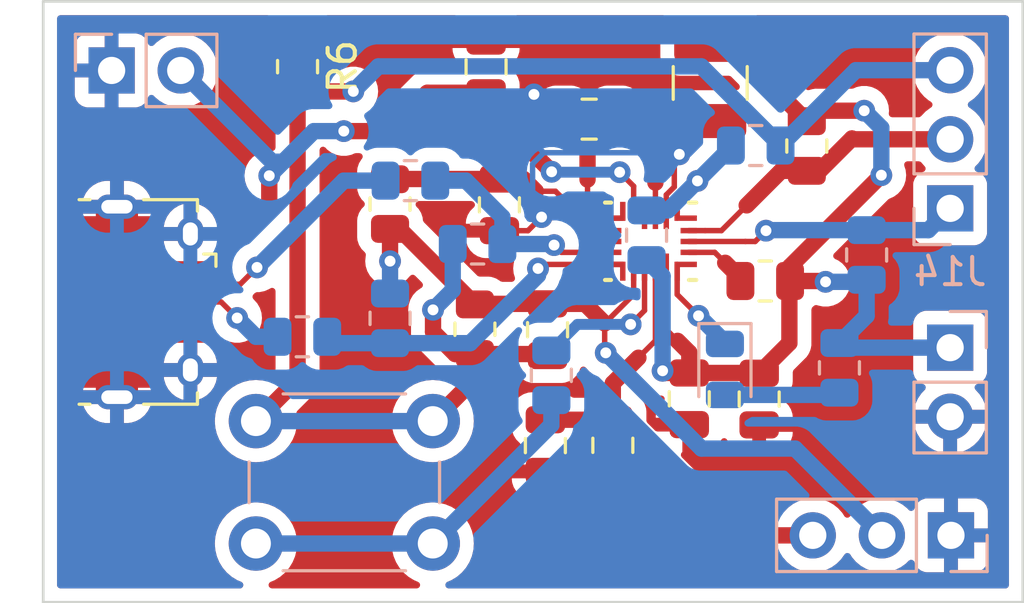
<source format=kicad_pcb>
(kicad_pcb (version 20211014) (generator pcbnew)
  (layers (0 "F.Cu" signal) (31 "B.Cu" signal) (34 "B.Paste" user) (35 "F.Paste" user) (36 "B.SilkS" user "B.Silkscreen") (37 "F.SilkS" user "F.Silkscreen") (38 "B.Mask" user) (39 "F.Mask" user) (44 "Edge.Cuts" user))
  (net 0 "")
  (net 1 "/VIN")
  (net 2 "GNDPWR")
  (net 3 "/REGN")
  (net 4 "/SW")
  (net 5 "/BTST")
  (net 6 "/TS")
  (net 7 "/BAT")
  (net 8 "/SYS")
  (net 9 "/STAT")
  (net 10 "Net-(D6-Pad2)")
  (net 11 "/D+_TSBIAS")
  (net 12 "/{slash}CE")
  (net 13 "GNDA")
  (net 14 "/SDA")
  (net 15 "/SCL")
  (net 16 "Net-(R3-Pad1)")
  (net 17 "/D-_ILIM")
  (net 18 "Net-(R5-Pad1)")
  (net 19 "/{slash}QON")
  (net 20 "Net-(R10-Pad2)")
  (net 21 "/{slash}INT")
  (footprint "Capacitor_SMD:C_0805_2012Metric" (layer "F.Cu") (at 155.57 98.87 90)
    (fp_text reference "C9" hide)
    (fp_text value "1uF" hide)
    (fp_line (start -0.261252 0.735) (end 0.261252 0.735) (layer "F.SilkS") (width 0.12))
    (fp_line (start -0.261252 -0.735) (end 0.261252 -0.735) (layer "F.SilkS") (width 0.12))
    (pad "1" smd roundrect (at -0.95 0 90) (size 1 1.45) (layers "F.Cu" "F.Paste" "F.Mask") (net 1 "/VIN"))
    (pad "2" smd roundrect (at 0.95 0 90) (size 1 1.45) (layers "F.Cu" "F.Paste" "F.Mask") (net 2 "GNDPWR"))
  )
  (footprint "gerenciador_de_bateria_fp:WQFN-HR18_RYK_TEX" (layer "F.Cu") (at 161.62 105.28)
    (fp_text reference "U2" hide)
    (fp_text value "BQ25629" hide)
    (fp_poly (pts (xy 0.874999 -1.45) (xy 0.874999 -0.750001) (xy 1.699999 -0.749999) (xy 1.699999 -0.949999) (xy 1.074999 -0.949999) (xy 1.074999 -1.45)) (layer "F.Cu") (width 0) (fill solid))
    (fp_poly (pts (xy -1.700502 0.949999) (xy -1.700502 0.750001) (xy -0.924999 0.750001) (xy -0.924999 1.45) (xy -1.124999 1.45) (xy -1.124999 0.949999)) (layer "F.Cu") (width 0) (fill solid))
    (fp_poly (pts (xy -1.700502 -0.949999) (xy -1.700502 -0.749999) (xy -0.924999 -0.750001) (xy -0.924999 -1.45) (xy -1.124999 -1.45) (xy -1.124999 -0.949999)) (layer "F.Cu") (width 0) (fill solid))
    (fp_poly (pts (xy 0.874999 1.45) (xy 0.874999 0.749999) (xy 1.699999 0.749999) (xy 1.699999 0.949999) (xy 1.074999 0.949999) (xy 1.074999 1.45)) (layer "F.Cu") (width 0) (fill solid))
    (fp_line (start 1.6764 1.4224) (end 1.407739 1.4224) (layer "F.SilkS") (width 0.1524))
    (fp_line (start 1.407739 -1.4224) (end 1.6764 -1.4224) (layer "F.SilkS") (width 0.1524))
    (fp_line (start -1.457739 1.4224) (end -1.6764 1.4224) (layer "F.SilkS") (width 0.1524))
    (fp_line (start -1.6764 -1.4224) (end -1.457739 -1.4224) (layer "F.SilkS") (width 0.1524))
    (pad "1" smd rect (at -1.024992 -0.850001) (size 0.127 0.127) (layers "F.Cu" "F.Paste" "F.Mask") (net 5 "/BTST"))
    (pad "2" smd rect (at -1.388 -0.392999) (size 0.624992 0.2) (layers "F.Cu" "F.Paste" "F.Mask") (net 3 "/REGN"))
    (pad "3" smd rect (at -1.388 0.007) (size 0.624992 0.2) (layers "F.Cu" "F.Paste" "F.Mask"))
    (pad "4" smd rect (at -1.388 0.406999) (size 0.624992 0.2) (layers "F.Cu" "F.Paste" "F.Mask") (net 17 "/D-_ILIM"))
    (pad "5" smd rect (at -1.024992 0.850001) (size 0.127 0.127) (layers "F.Cu" "F.Paste" "F.Mask") (net 11 "/D+_TSBIAS"))
    (pad "6" smd rect (at -0.624999 1.15 90) (size 0.599999 0.2) (layers "F.Cu" "F.Paste" "F.Mask") (net 6 "/TS"))
    (pad "7" smd rect (at -0.225 1.15 90) (size 0.599999 0.2) (layers "F.Cu" "F.Paste" "F.Mask") (net 19 "/{slash}QON"))
    (pad "8" smd rect (at 0.175 0.95) (size 0.2 0.999998) (layers "F.Cu" "F.Paste" "F.Mask") (net 7 "/BAT"))
    (pad "9" smd rect (at 0.574999 0.95) (size 0.2 0.999998) (layers "F.Cu" "F.Paste" "F.Mask") (net 8 "/SYS"))
    (pad "10" smd rect (at 0.974999 0.850001) (size 0.127 0.127) (layers "F.Cu" "F.Paste" "F.Mask") (net 9 "/STAT"))
    (pad "11" smd rect (at 1.4 0.406999) (size 0.599999 0.2) (layers "F.Cu" "F.Paste" "F.Mask") (net 21 "/{slash}INT"))
    (pad "12" smd rect (at 1.4 0.007) (size 0.599999 0.2) (layers "F.Cu" "F.Paste" "F.Mask") (net 14 "/SDA"))
    (pad "13" smd rect (at 1.4 -0.392999) (size 0.599999 0.2) (layers "F.Cu" "F.Paste" "F.Mask") (net 15 "/SCL"))
    (pad "14" smd rect (at 0.974999 -0.850001) (size 0.127 0.127) (layers "F.Cu" "F.Paste" "F.Mask") (net 12 "/{slash}CE"))
    (pad "15" smd rect (at 0.574999 -0.95) (size 0.2 0.999998) (layers "F.Cu" "F.Paste" "F.Mask") (net 2 "GNDPWR"))
    (pad "16" smd rect (at 0.175 -0.95) (size 0.2 0.999998) (layers "F.Cu" "F.Paste" "F.Mask") (net 4 "/SW"))
    (pad "17" smd rect (at -0.225 -0.95) (size 0.2 0.999998) (layers "F.Cu" "F.Paste" "F.Mask"))
    (pad "18" smd rect (at -0.624999 -1.141 90) (size 0.618998 0.2) (layers "F.Cu" "F.Paste" "F.Mask") (net 1 "/VIN"))
  )
  (footprint "Capacitor_SMD:C_0805_2012Metric" (layer "F.Cu") (at 165.61 111.08 -90)
    (fp_text reference "C19" hide)
    (fp_text value "10uF" hide)
    (fp_line (start -0.261252 0.735) (end 0.261252 0.735) (layer "F.SilkS") (width 0.12))
    (fp_line (start -0.261252 -0.735) (end 0.261252 -0.735) (layer "F.SilkS") (width 0.12))
    (pad "1" smd roundrect (at -0.95 0 270) (size 1 1.45) (layers "F.Cu" "F.Paste" "F.Mask") (net 8 "/SYS"))
    (pad "2" smd roundrect (at 0.95 0 270) (size 1 1.45) (layers "F.Cu" "F.Paste" "F.Mask") (net 2 "GNDPWR"))
  )
  (footprint "Capacitor_SMD:C_0805_2012Metric" (layer "F.Cu") (at 159.36 100.79 180)
    (fp_text reference "C11" hide)
    (fp_text value "0.047uF" hide)
    (fp_line (start -0.261252 0.735) (end 0.261252 0.735) (layer "F.SilkS") (width 0.12))
    (fp_line (start -0.261252 -0.735) (end 0.261252 -0.735) (layer "F.SilkS") (width 0.12))
    (pad "1" smd roundrect (at -0.95 0 180) (size 1 1.45) (layers "F.Cu" "F.Paste" "F.Mask") (net 4 "/SW"))
    (pad "2" smd roundrect (at 0.95 0 180) (size 1 1.45) (layers "F.Cu" "F.Paste" "F.Mask") (net 5 "/BTST"))
  )
  (footprint "Resistor_SMD:R_0805_2012Metric" (layer "F.Cu") (at 155.16 108.5125 -90)
    (fp_text reference "R2" hide)
    (fp_text value "30k1" hide)
    (fp_line (start -0.227064 -0.735) (end 0.227064 -0.735) (layer "F.SilkS") (width 0.12))
    (fp_line (start -0.227064 0.735) (end 0.227064 0.735) (layer "F.SilkS") (width 0.12))
    (pad "1" smd roundrect (at -0.9125 0 270) (size 1.025 1.4) (layers "F.Cu" "F.Paste" "F.Mask") (roundrect_rratio 0.243902) (net 6 "/TS"))
    (pad "2" smd roundrect (at 0.9125 0 270) (size 1.025 1.4) (layers "F.Cu" "F.Paste" "F.Mask") (roundrect_rratio 0.243902) (net 13 "GNDA"))
  )
  (footprint "Resistor_SMD:R_0805_2012Metric" (layer "F.Cu") (at 167.36 101.7775 90)
    (fp_text reference "R13" hide)
    (fp_text value "10k" hide)
    (fp_line (start -0.227064 -0.735) (end 0.227064 -0.735) (layer "F.SilkS") (width 0.12))
    (fp_line (start -0.227064 0.735) (end 0.227064 0.735) (layer "F.SilkS") (width 0.12))
    (pad "1" smd roundrect (at -0.9125 0 90) (size 1.025 1.4) (layers "F.Cu" "F.Paste" "F.Mask") (roundrect_rratio 0.243902) (net 15 "/SCL"))
    (pad "2" smd roundrect (at 0.9125 0 90) (size 1.025 1.4) (layers "F.Cu" "F.Paste" "F.Mask") (roundrect_rratio 0.243902) (net 8 "/SYS"))
  )
  (footprint "Capacitor_SMD:C_0805_2012Metric" (layer "F.Cu") (at 157.83 108.53 -90)
    (fp_text reference "C13" hide)
    (fp_text value "0,1uF" hide)
    (fp_line (start -0.261252 0.735) (end 0.261252 0.735) (layer "F.SilkS") (width 0.12))
    (fp_line (start -0.261252 -0.735) (end 0.261252 -0.735) (layer "F.SilkS") (width 0.12))
    (pad "1" smd roundrect (at -0.95 0 270) (size 1 1.45) (layers "F.Cu" "F.Paste" "F.Mask") (net 6 "/TS"))
    (pad "2" smd roundrect (at 0.95 0 270) (size 1 1.45) (layers "F.Cu" "F.Paste" "F.Mask") (net 13 "GNDA"))
  )
  (footprint "Resistor_SMD:R_0805_2012Metric" (layer "F.Cu") (at 152.04 103.9125 90)
    (fp_text reference "R4" hide)
    (fp_text value "5k23" hide)
    (fp_line (start -0.227064 -0.735) (end 0.227064 -0.735) (layer "F.SilkS") (width 0.12))
    (fp_line (start -0.227064 0.735) (end 0.227064 0.735) (layer "F.SilkS") (width 0.12))
    (pad "1" smd roundrect (at -0.9125 0 90) (size 1.025 1.4) (layers "F.Cu" "F.Paste" "F.Mask") (roundrect_rratio 0.243902) (net 6 "/TS"))
    (pad "2" smd roundrect (at 0.9125 0 90) (size 1.025 1.4) (layers "F.Cu" "F.Paste" "F.Mask") (roundrect_rratio 0.243902) (net 3 "/REGN"))
  )
  (footprint "Capacitor_SMD:C_0805_2012Metric" (layer "F.Cu") (at 163.04 111.07 -90)
    (fp_text reference "C16" hide)
    (fp_text value "10uF" hide)
    (fp_line (start -0.261252 0.735) (end 0.261252 0.735) (layer "F.SilkS") (width 0.12))
    (fp_line (start -0.261252 -0.735) (end 0.261252 -0.735) (layer "F.SilkS") (width 0.12))
    (pad "1" smd roundrect (at -0.95 0 270) (size 1 1.45) (layers "F.Cu" "F.Paste" "F.Mask") (net 8 "/SYS"))
    (pad "2" smd roundrect (at 0.95 0 270) (size 1 1.45) (layers "F.Cu" "F.Paste" "F.Mask") (net 2 "GNDPWR"))
  )
  (footprint "Capacitor_SMD:C_0805_2012Metric" (layer "F.Cu") (at 157.75 112.79 90)
    (fp_text reference "C15" hide)
    (fp_text value "0.1uF" hide)
    (fp_line (start -0.261252 -0.735) (end 0.261252 -0.735) (layer "F.SilkS") (width 0.12))
    (fp_line (start -0.261252 0.735) (end 0.261252 0.735) (layer "F.SilkS") (width 0.12))
    (pad "1" smd roundrect (at -0.95 0 90) (size 1 1.45) (layers "F.Cu" "F.Paste" "F.Mask") (net 2 "GNDPWR"))
    (pad "2" smd roundrect (at 0.95 0 90) (size 1 1.45) (layers "F.Cu" "F.Paste" "F.Mask") (net 7 "/BAT"))
  )
  (footprint "Resistor_SMD:R_0805_2012Metric" (layer "F.Cu") (at 148.64 98.86 -90)
    (fp_text reference "R6" (at 0 -1.65 90) (layer "F.SilkS"))
    (fp_text value "0")
    (fp_line (start -0.227064 0.735) (end 0.227064 0.735) (layer "F.SilkS") (width 0.12))
    (fp_line (start -0.227064 -0.735) (end 0.227064 -0.735) (layer "F.SilkS") (width 0.12))
    (pad "1" smd roundrect (at -0.9125 0 270) (size 1.025 1.4) (layers "F.Cu" "F.Paste" "F.Mask") (roundrect_rratio 0.243902) (net 2 "GNDPWR"))
    (pad "2" smd roundrect (at 0.9125 0 270) (size 1.025 1.4) (layers "F.Cu" "F.Paste" "F.Mask") (roundrect_rratio 0.243902) (net 13 "GNDA"))
  )
  (footprint "Inductor_SMD:L_1210_3225Metric" (layer "F.Cu") (at 163.81 99.46 90)
    (fp_text reference "L1" hide)
    (fp_text value "1uH" hide)
    (fp_line (start -0.602064 -1.36) (end 0.602064 -1.36) (layer "F.SilkS") (width 0.12))
    (fp_line (start -0.602064 1.36) (end 0.602064 1.36) (layer "F.SilkS") (width 0.12))
    (pad "1" smd roundrect (at -1.4 0 90) (size 1.25 2.65) (layers "F.Cu" "F.Paste" "F.Mask") (roundrect_rratio 0.2) (net 4 "/SW"))
    (pad "2" smd roundrect (at 1.4 0 90) (size 1.25 2.65) (layers "F.Cu" "F.Paste" "F.Mask") (roundrect_rratio 0.2) (net 8 "/SYS"))
  )
  (footprint "Capacitor_SMD:C_0805_2012Metric" (layer "F.Cu") (at 156.06 103.94 -90)
    (fp_text reference "C10" hide)
    (fp_text value "4.7uF" hide)
    (fp_line (start -0.261252 -0.735) (end 0.261252 -0.735) (layer "F.SilkS") (width 0.12))
    (fp_line (start -0.261252 0.735) (end 0.261252 0.735) (layer "F.SilkS") (width 0.12))
    (pad "1" smd roundrect (at -0.95 0 270) (size 1 1.45) (layers "F.Cu" "F.Paste" "F.Mask") (net 3 "/REGN"))
    (pad "2" smd roundrect (at 0.95 0 270) (size 1 1.45) (layers "F.Cu" "F.Paste" "F.Mask") (net 2 "GNDPWR"))
  )
  (footprint "Resistor_SMD:R_0805_2012Metric" (layer "F.Cu") (at 165.8325 106.74)
    (fp_text reference "R16" hide)
    (fp_text value "10k" hide)
    (fp_line (start -0.227064 0.735) (end 0.227064 0.735) (layer "F.SilkS") (width 0.12))
    (fp_line (start -0.227064 -0.735) (end 0.227064 -0.735) (layer "F.SilkS") (width 0.12))
    (pad "1" smd roundrect (at -0.9125 0) (size 1.025 1.4) (layers "F.Cu" "F.Paste" "F.Mask") (roundrect_rratio 0.243902) (net 21 "/{slash}INT"))
    (pad "2" smd roundrect (at 0.9125 0) (size 1.025 1.4) (layers "F.Cu" "F.Paste" "F.Mask") (roundrect_rratio 0.243902) (net 8 "/SYS"))
  )
  (footprint "Connector_USB:USB_Micro-B_Amphenol_10118194_Horizontal" (layer "F.Cu") (at 143.3 107.51 -90)
    (fp_text reference "U1" hide)
    (fp_text value "USB_BQ25629")
    (fp_line (start -3.76 0.32) (end -3.76 -1.66) (layer "F.SilkS") (width 0.12))
    (fp_line (start 3.76 -1.66) (end 3.34 -1.66) (layer "F.SilkS") (width 0.12))
    (fp_line (start -3.76 -1.66) (end -3.34 -1.66) (layer "F.SilkS") (width 0.12))
    (fp_line (start -1.31 -2.34) (end -1.76 -2.34) (layer "F.SilkS") (width 0.12))
    (fp_line (start -3.76 2.69) (end -3.76 2.29) (layer "F.SilkS") (width 0.12))
    (fp_line (start 3.76 0.32) (end 3.76 -1.66) (layer "F.SilkS") (width 0.12))
    (fp_line (start 3.76 2.29) (end 3.76 2.69) (layer "F.SilkS") (width 0.12))
    (fp_line (start -1.76 -1.89) (end -1.76 -2.34) (layer "F.SilkS") (width 0.12))
    (pad "1" smd rect (at -1.3 -1.4 270) (size 0.4 1.35) (layers "F.Cu" "F.Paste" "F.Mask") (net 1 "/VIN"))
    (pad "2" smd rect (at -0.65 -1.4 270) (size 0.4 1.35) (layers "F.Cu" "F.Paste" "F.Mask") (net 16 "Net-(R3-Pad1)"))
    (pad "3" smd rect (at 0 -1.4 270) (size 0.4 1.35) (layers "F.Cu" "F.Paste" "F.Mask") (net 18 "Net-(R5-Pad1)"))
    (pad "4" smd rect (at 0.65 -1.4 270) (size 0.4 1.35) (layers "F.Cu" "F.Paste" "F.Mask"))
    (pad "5" smd rect (at 1.3 -1.4 270) (size 0.4 1.35) (layers "F.Cu" "F.Paste" "F.Mask") (net 2 "GNDPWR"))
    (pad "6" smd rect (at 2.9 1.3 270) (size 1.2 1.55) (layers "F.Cu" "F.Paste" "F.Mask") (net 2 "GNDPWR"))
    (pad "6" thru_hole oval (at -2.5 -1.4 270) (size 1.25 0.95) (drill oval 0.85 0.55) (layers *.Cu *.Mask) (net 2 "GNDPWR"))
    (pad "6" smd rect (at 1 1.3 270) (size 1.5 1.55) (layers "F.Cu" "F.Paste" "F.Mask") (net 2 "GNDPWR"))
    (pad "6" thru_hole oval (at -3.5 1.3 270) (size 0.89 1.55) (drill oval 0.5 1.15) (layers *.Cu *.Mask) (net 2 "GNDPWR"))
    (pad "6" thru_hole oval (at 2.5 -1.4 270) (size 1.25 0.95) (drill oval 0.85 0.55) (layers *.Cu *.Mask) (net 2 "GNDPWR"))
    (pad "6" smd rect (at -2.9 1.3 270) (size 1.2 1.55) (layers "F.Cu" "F.Paste" "F.Mask") (net 2 "GNDPWR"))
    (pad "6" smd rect (at -1 1.3 270) (size 1.5 1.55) (layers "F.Cu" "F.Paste" "F.Mask") (net 2 "GNDPWR"))
    (pad "6" thru_hole oval (at 3.5 1.3 270) (size 0.89 1.55) (drill oval 0.5 1.15) (layers *.Cu *.Mask) (net 2 "GNDPWR"))
  )
  (footprint "Capacitor_SMD:C_0805_2012Metric" (layer "F.Cu") (at 160.23 112.78 90)
    (fp_text reference "C17" hide)
    (fp_text value "10uF" hide)
    (fp_line (start -0.261252 0.735) (end 0.261252 0.735) (layer "F.SilkS") (width 0.12))
    (fp_line (start -0.261252 -0.735) (end 0.261252 -0.735) (layer "F.SilkS") (width 0.12))
    (pad "1" smd roundrect (at -0.95 0 90) (size 1 1.45) (layers "F.Cu" "F.Paste" "F.Mask") (net 2 "GNDPWR"))
    (pad "2" smd roundrect (at 0.95 0 90) (size 1 1.45) (layers "F.Cu" "F.Paste" "F.Mask") (net 7 "/BAT"))
  )
  (footprint "Resistor_SMD:R_0805_2012Metric" (layer "B.Cu") (at 157.97 110.2075 -90)
    (fp_text reference "R10" hide)
    (fp_text value "4k7" hide)
    (fp_line (start -0.227064 -0.735) (end 0.227064 -0.735) (layer "B.SilkS") (width 0.12))
    (fp_line (start -0.227064 0.735) (end 0.227064 0.735) (layer "B.SilkS") (width 0.12))
    (pad "1" smd roundrect (at -0.9125 0 270) (size 1.025 1.4) (layers "B.Cu" "B.Paste" "B.Mask") (roundrect_rratio 0.243902) (net 19 "/{slash}QON"))
    (pad "2" smd roundrect (at 0.9125 0 270) (size 1.025 1.4) (layers "B.Cu" "B.Paste" "B.Mask") (roundrect_rratio 0.243902) (net 20 "Net-(R10-Pad2)"))
  )
  (footprint "Button_Switch_THT:SW_PUSH_6mm" (layer "B.Cu") (at 147.11 116.39)
    (fp_text reference "SW1" hide)
    (fp_text value "SW_Push" hide)
    (fp_line (start -0.25 -1.5) (end -0.25 -3) (layer "B.SilkS") (width 0.12))
    (fp_line (start 5.5 1) (end 1 1) (layer "B.SilkS") (width 0.12))
    (fp_line (start 6.75 -3) (end 6.75 -1.5) (layer "B.SilkS") (width 0.12))
    (fp_line (start 1 -5.5) (end 5.5 -5.5) (layer "B.SilkS") (width 0.12))
    (pad "1" thru_hole circle (at 6.5 0 270) (size 2 2) (drill 1.1) (layers *.Cu *.Mask) (net 20 "Net-(R10-Pad2)"))
    (pad "1" thru_hole circle (at 0 0 270) (size 2 2) (drill 1.1) (layers *.Cu *.Mask) (net 20 "Net-(R10-Pad2)"))
    (pad "2" thru_hole circle (at 6.5 -4.5 270) (size 2 2) (drill 1.1) (layers *.Cu *.Mask) (net 13 "GNDA"))
    (pad "2" thru_hole circle (at 0 -4.5 270) (size 2 2) (drill 1.1) (layers *.Cu *.Mask) (net 13 "GNDA"))
  )
  (footprint "Connector_PinHeader_2.54mm:PinHeader_1x03_P2.54mm_Vertical" (layer "B.Cu") (at 172.63 104.07)
    (fp_text reference "J14" (at 0 2.33) (layer "B.SilkS") (effects (justify mirror)))
    (fp_text value "Conn_01x03_Male" hide)
    (fp_line (start 1.33 -1.27) (end 1.33 -6.41) (layer "B.SilkS") (width 0.12))
    (fp_line (start -1.33 1.33) (end 0 1.33) (layer "B.SilkS") (width 0.12))
    (fp_line (start -1.33 -1.27) (end -1.33 -6.41) (layer "B.SilkS") (width 0.12))
    (fp_line (start -1.33 0) (end -1.33 1.33) (layer "B.SilkS") (width 0.12))
    (fp_line (start -1.33 -6.41) (end 1.33 -6.41) (layer "B.SilkS") (width 0.12))
    (fp_line (start -1.33 -1.27) (end 1.33 -1.27) (layer "B.SilkS") (width 0.12))
    (pad "1" thru_hole rect (at 0 0) (size 1.7 1.7) (drill 1) (layers *.Cu *.Mask) (net 14 "/SDA"))
    (pad "2" thru_hole oval (at 0 -2.54) (size 1.7 1.7) (drill 1) (layers *.Cu *.Mask) (net 15 "/SCL"))
    (pad "3" thru_hole oval (at 0 -5.08) (size 1.7 1.7) (drill 1) (layers *.Cu *.Mask) (net 13 "GNDA"))
  )
  (footprint "Resistor_SMD:R_0805_2012Metric" (layer "B.Cu") (at 165.4825 101.76)
    (fp_text reference "R7" hide)
    (fp_text value "0")
    (fp_line (start -0.227064 0.735) (end 0.227064 0.735) (layer "B.SilkS") (width 0.12))
    (fp_line (start -0.227064 -0.735) (end 0.227064 -0.735) (layer "B.SilkS") (width 0.12))
    (pad "1" smd roundrect (at -0.9125 0) (size 1.025 1.4) (layers "B.Cu" "B.Paste" "B.Mask") (roundrect_rratio 0.243902) (net 12 "/{slash}CE"))
    (pad "2" smd roundrect (at 0.9125 0) (size 1.025 1.4) (layers "B.Cu" "B.Paste" "B.Mask") (roundrect_rratio 0.243902) (net 13 "GNDA"))
  )
  (footprint "Connector_PinHeader_2.54mm:PinHeader_1x02_P2.54mm_Vertical" (layer "B.Cu") (at 172.63 109.19 180)
    (fp_text reference "J1" hide)
    (fp_text value "Conn_01x02_Male" hide)
    (fp_line (start -1.33 1.33) (end 0 1.33) (layer "B.SilkS") (width 0.12))
    (fp_line (start -1.33 -3.87) (end 1.33 -3.87) (layer "B.SilkS") (width 0.12))
    (fp_line (start -1.33 -1.27) (end -1.33 -3.87) (layer "B.SilkS") (width 0.12))
    (fp_line (start -1.33 -1.27) (end 1.33 -1.27) (layer "B.SilkS") (width 0.12))
    (fp_line (start 1.33 -1.27) (end 1.33 -3.87) (layer "B.SilkS") (width 0.12))
    (fp_line (start -1.33 0) (end -1.33 1.33) (layer "B.SilkS") (width 0.12))
    (pad "1" thru_hole rect (at 0 0 180) (size 1.7 1.7) (drill 1) (layers *.Cu *.Mask) (net 8 "/SYS"))
    (pad "2" thru_hole oval (at 0 -2.54 180) (size 1.7 1.7) (drill 1) (layers *.Cu *.Mask) (net 2 "GNDPWR"))
  )
  (footprint "Resistor_SMD:R_0805_2012Metric" (layer "B.Cu") (at 168.56 109.9325 -90)
    (fp_text reference "R21" hide)
    (fp_text value "2k21" hide)
    (fp_line (start -0.227064 -0.735) (end 0.227064 -0.735) (layer "B.SilkS") (width 0.12))
    (fp_line (start -0.227064 0.735) (end 0.227064 0.735) (layer "B.SilkS") (width 0.12))
    (pad "1" smd roundrect (at -0.9125 0 270) (size 1.025 1.4) (layers "B.Cu" "B.Paste" "B.Mask") (roundrect_rratio 0.243902) (net 8 "/SYS"))
    (pad "2" smd roundrect (at 0.9125 0 270) (size 1.025 1.4) (layers "B.Cu" "B.Paste" "B.Mask") (roundrect_rratio 0.243902) (net 10 "Net-(D6-Pad2)"))
  )
  (footprint "LED_SMD:LED_0805_2012Metric" (layer "B.Cu") (at 164.35 109.99 -90)
    (fp_text reference "D6" hide)
    (fp_text value "GREEN" hide)
    (fp_line (start -1.685 -0.96) (end 1 -0.96) (layer "B.SilkS") (width 0.12))
    (fp_line (start 1 0.96) (end -1.685 0.96) (layer "B.SilkS") (width 0.12))
    (fp_line (start -1.685 0.96) (end -1.685 -0.96) (layer "B.SilkS") (width 0.12))
    (pad "1" smd roundrect (at -0.9375 0 270) (size 0.975 1.4) (layers "B.Cu" "B.Paste" "B.Mask") (net 9 "/STAT"))
    (pad "2" smd roundrect (at 0.9375 0 270) (size 0.975 1.4) (layers "B.Cu" "B.Paste" "B.Mask") (net 10 "Net-(D6-Pad2)"))
  )
  (footprint "Resistor_SMD:R_0805_2012Metric" (layer "B.Cu") (at 152.04 108.1125 90)
    (fp_text reference "R1" hide)
    (fp_text value "5k23" hide)
    (fp_line (start -0.227064 0.735) (end 0.227064 0.735) (layer "B.SilkS") (width 0.12))
    (fp_line (start -0.227064 -0.735) (end 0.227064 -0.735) (layer "B.SilkS") (width 0.12))
    (pad "1" smd roundrect (at -0.9125 0 90) (size 1.025 1.4) (layers "B.Cu" "B.Paste" "B.Mask") (roundrect_rratio 0.243902) (net 11 "/D+_TSBIAS"))
    (pad "2" smd roundrect (at 0.9125 0 90) (size 1.025 1.4) (layers "B.Cu" "B.Paste" "B.Mask") (roundrect_rratio 0.243902) (net 6 "/TS"))
  )
  (footprint "Resistor_SMD:R_0805_2012Metric" (layer "B.Cu") (at 152.79 103.05)
    (fp_text reference "R3" hide)
    (fp_text value "0" hide)
    (fp_line (start -0.227064 -0.735) (end 0.227064 -0.735) (layer "B.SilkS") (width 0.12))
    (fp_line (start -0.227064 0.735) (end 0.227064 0.735) (layer "B.SilkS") (width 0.12))
    (pad "1" smd roundrect (at -0.9125 0) (size 1.025 1.4) (layers "B.Cu" "B.Paste" "B.Mask") (roundrect_rratio 0.243902) (net 16 "Net-(R3-Pad1)"))
    (pad "2" smd roundrect (at 0.9125 0) (size 1.025 1.4) (layers "B.Cu" "B.Paste" "B.Mask") (roundrect_rratio 0.243902) (net 17 "/D-_ILIM"))
  )
  (footprint "Resistor_SMD:R_0805_2012Metric" (layer "B.Cu") (at 148.8175 108.79)
    (fp_text reference "R5" hide)
    (fp_text value "0" hide)
    (fp_line (start -0.227064 -0.735) (end 0.227064 -0.735) (layer "B.SilkS") (width 0.12))
    (fp_line (start -0.227064 0.735) (end 0.227064 0.735) (layer "B.SilkS") (width 0.12))
    (pad "1" smd roundrect (at -0.9125 0) (size 1.025 1.4) (layers "B.Cu" "B.Paste" "B.Mask") (roundrect_rratio 0.243902) (net 18 "Net-(R5-Pad1)"))
    (pad "2" smd roundrect (at 0.9125 0) (size 1.025 1.4) (layers "B.Cu" "B.Paste" "B.Mask") (roundrect_rratio 0.243902) (net 11 "/D+_TSBIAS"))
  )
  (footprint "Connector_PinHeader_2.54mm:PinHeader_1x02_P2.54mm_Vertical" (layer "B.Cu") (at 141.805 99 -90)
    (fp_text reference "J3" hide)
    (fp_text value "Conn_01x02_Male" hide)
    (fp_line (start -1.33 0) (end -1.33 1.33) (layer "B.SilkS") (width 0.12))
    (fp_line (start -1.33 1.33) (end 0 1.33) (layer "B.SilkS") (width 0.12))
    (fp_line (start 1.33 -1.27) (end 1.33 -3.87) (layer "B.SilkS") (width 0.12))
    (fp_line (start -1.33 -3.87) (end 1.33 -3.87) (layer "B.SilkS") (width 0.12))
    (fp_line (start -1.33 -1.27) (end 1.33 -1.27) (layer "B.SilkS") (width 0.12))
    (fp_line (start -1.33 -1.27) (end -1.33 -3.87) (layer "B.SilkS") (width 0.12))
    (pad "1" thru_hole rect (at 0 0 270) (size 1.7 1.7) (drill 1) (layers *.Cu *.Mask) (net 2 "GNDPWR"))
    (pad "2" thru_hole oval (at 0 -2.54 270) (size 1.7 1.7) (drill 1) (layers *.Cu *.Mask) (net 1 "/VIN"))
  )
  (footprint "Resistor_SMD:R_0805_2012Metric" (layer "B.Cu") (at 169.56 105.7825 -90)
    (fp_text reference "R15" hide)
    (fp_text value "10k" hide)
    (fp_line (start -0.227064 0.735) (end 0.227064 0.735) (layer "B.SilkS") (width 0.12))
    (fp_line (start -0.227064 -0.735) (end 0.227064 -0.735) (layer "B.SilkS") (width 0.12))
    (pad "1" smd roundrect (at -0.9125 0 270) (size 1.025 1.4) (layers "B.Cu" "B.Paste" "B.Mask") (roundrect_rratio 0.243902) (net 14 "/SDA"))
    (pad "2" smd roundrect (at 0.9125 0 270) (size 1.025 1.4) (layers "B.Cu" "B.Paste" "B.Mask") (roundrect_rratio 0.243902) (net 8 "/SYS"))
  )
  (footprint "Resistor_SMD:R_0805_2012Metric" (layer "B.Cu") (at 155.2575 105.38 180)
    (fp_text reference "R24" hide)
    (fp_text value "2k49" hide)
    (fp_line (start -0.227064 0.735) (end 0.227064 0.735) (layer "B.SilkS") (width 0.12))
    (fp_line (start -0.227064 -0.735) (end 0.227064 -0.735) (layer "B.SilkS") (width 0.12))
    (pad "1" smd roundrect (at -0.9125 0 180) (size 1.025 1.4) (layers "B.Cu" "B.Paste" "B.Mask") (roundrect_rratio 0.243902) (net 17 "/D-_ILIM"))
    (pad "2" smd roundrect (at 0.9125 0 180) (size 1.025 1.4) (layers "B.Cu" "B.Paste" "B.Mask") (roundrect_rratio 0.243902) (net 13 "GNDA"))
  )
  (footprint "Connector_PinHeader_2.54mm:PinHeader_1x03_P2.54mm_Vertical" (layer "B.Cu") (at 172.66 116.09 90)
    (fp_text reference "J2" hide)
    (fp_text value "Conn_01x03_Male" hide)
    (fp_line (start -1.33 -1.27) (end 1.33 -1.27) (layer "B.SilkS") (width 0.12))
    (fp_line (start -1.33 -6.41) (end 1.33 -6.41) (layer "B.SilkS") (width 0.12))
    (fp_line (start -1.33 0) (end -1.33 1.33) (layer "B.SilkS") (width 0.12))
    (fp_line (start -1.33 1.33) (end 0 1.33) (layer "B.SilkS") (width 0.12))
    (fp_line (start -1.33 -1.27) (end -1.33 -6.41) (layer "B.SilkS") (width 0.12))
    (fp_line (start 1.33 -1.27) (end 1.33 -6.41) (layer "B.SilkS") (width 0.12))
    (pad "1" thru_hole rect (at 0 0 90) (size 1.7 1.7) (drill 1) (layers *.Cu *.Mask) (net 2 "GNDPWR"))
    (pad "2" thru_hole oval (at 0 -2.54 90) (size 1.7 1.7) (drill 1) (layers *.Cu *.Mask) (net 6 "/TS"))
    (pad "3" thru_hole oval (at 0 -5.08 90) (size 1.7 1.7) (drill 1) (layers *.Cu *.Mask) (net 7 "/BAT"))
  )
  (footprint "Resistor_SMD:R_0805_2012Metric" (layer "B.Cu") (at 161.47 105.0575 -90)
    (fp_text reference "R17" hide)
    (fp_text value "10k" hide)
    (fp_line (start -0.227064 -0.735) (end 0.227064 -0.735) (layer "B.SilkS") (width 0.12))
    (fp_line (start -0.227064 0.735) (end 0.227064 0.735) (layer "B.SilkS") (width 0.12))
    (pad "1" smd roundrect (at -0.9125 0 270) (size 1.025 1.4) (layers "B.Cu" "B.Paste" "B.Mask") (roundrect_rratio 0.243902) (net 12 "/{slash}CE"))
    (pad "2" smd roundrect (at 0.9125 0 270) (size 1.025 1.4) (layers "B.Cu" "B.Paste" "B.Mask") (roundrect_rratio 0.243902) (net 8 "/SYS"))
  )
  (gr_line (start 139.29 96.46) (end 139.29 118.55) (layer "Edge.Cuts") (width 0.1))
  (gr_line (start 175.3 118.55) (end 175.3 96.46) (layer "Edge.Cuts") (width 0.1))
  (gr_line (start 175.3 96.46) (end 139.29 96.46) (layer "Edge.Cuts") (width 0.1))
  (gr_line (start 139.29 118.55) (end 175.3 118.55) (layer "Edge.Cuts") (width 0.1))
  (segment (start 152 101.23) (end 150.34 101.23) (width 0.6) (layer "F.Cu") (net 1))
  (segment (start 160.995001 103.255001) (end 160.48 102.74) (width 0.2) (layer "F.Cu") (net 1))
  (segment (start 155.57 99.82) (end 153.41 99.82) (width 0.6) (layer "F.Cu") (net 1))
  (segment (start 155.57 100.314107) (end 157.979859 102.723966) (width 0.6) (layer "F.Cu") (net 1))
  (segment (start 144.7 106.21) (end 145.33 106.21) (width 0.2) (layer "F.Cu") (net 1))
  (segment (start 160.995001 104.139) (end 160.995001 103.255001) (width 0.2) (layer "F.Cu") (net 1))
  (segment (start 147.6 102.87) (end 147.6 103.94) (width 0.6) (layer "F.Cu") (net 1))
  (segment (start 155.57 99.82) (end 155.57 100.314107) (width 0.6) (layer "F.Cu") (net 1))
  (segment (start 145.33 106.21) (end 146.25 105.29) (width 0.2) (layer "F.Cu") (net 1))
  (segment (start 147.6 103.94) (end 146.25 105.29) (width 0.6) (layer "F.Cu") (net 1))
  (segment (start 153.41 99.82) (end 152 101.23) (width 0.6) (layer "F.Cu") (net 1))
  (via (at 150.34 101.23) (size 0.8) (drill 0.4) (layers "F.Cu" "B.Cu") (net 1))
  (via (at 160.48 102.74) (size 0.8) (drill 0.4) (layers "F.Cu" "B.Cu") (net 1))
  (via (at 157.979859 102.723966) (size 0.8) (drill 0.4) (layers "F.Cu" "B.Cu") (net 1))
  (via (at 147.6 102.87) (size 0.8) (drill 0.4) (layers "F.Cu" "B.Cu") (net 1))
  (segment (start 149.24 101.23) (end 148.115 102.355) (width 0.6) (layer "B.Cu") (net 1))
  (segment (start 150.34 101.23) (end 149.24 101.23) (width 0.6) (layer "B.Cu") (net 1))
  (segment (start 157.995893 102.74) (end 157.979859 102.723966) (width 0.4) (layer "B.Cu") (net 1))
  (segment (start 148.115 102.355) (end 147.7 102.355) (width 0.6) (layer "B.Cu") (net 1))
  (segment (start 148.115 102.355) (end 147.6 102.87) (width 0.6) (layer "B.Cu") (net 1))
  (segment (start 160.48 102.74) (end 157.995893 102.74) (width 0.4) (layer "B.Cu") (net 1))
  (segment (start 147.7 102.355) (end 144.345 99) (width 0.6) (layer "B.Cu") (net 1))
  (segment (start 156.06 104.89) (end 157.11 104.89) (width 0.2) (layer "F.Cu") (net 2))
  (segment (start 162.194999 104.33) (end 162.194999 103.573529) (width 0.2) (layer "F.Cu") (net 2))
  (segment (start 162.194999 103.573529) (end 162.49 103.278528) (width 0.2) (layer "F.Cu") (net 2))
  (segment (start 162.49 103.278528) (end 162.49 102.39) (width 0.2) (layer "F.Cu") (net 2))
  (segment (start 162.49 102.39) (end 162.49 102.265893) (width 0.2) (layer "F.Cu") (net 2))
  (segment (start 157.33 99.88) (end 157.33 98.5) (width 0.2) (layer "F.Cu") (net 2))
  (segment (start 157.33 98.5) (end 156.75 97.92) (width 0.2) (layer "F.Cu") (net 2))
  (segment (start 157.11 104.89) (end 157.61 104.39) (width 0.2) (layer "F.Cu") (net 2))
  (segment (start 162.49 102.265893) (end 162.673613 102.08228) (width 0.2) (layer "F.Cu") (net 2))
  (segment (start 156.75 97.92) (end 155.57 97.92) (width 0.2) (layer "F.Cu") (net 2))
  (via (at 157.61 104.39) (size 0.8) (drill 0.4) (layers "F.Cu" "B.Cu") (net 2))
  (via (at 162.673613 102.08228) (size 0.8) (drill 0.4) (layers "F.Cu" "B.Cu") (net 2))
  (via (at 157.33 99.88) (size 0.8) (drill 0.4) (layers "F.Cu" "B.Cu") (net 2))
  (segment (start 162.673613 102.08228) (end 162.615299 102.023966) (width 0.2) (layer "B.Cu") (net 2))
  (segment (start 157.279859 102.434016) (end 157.279859 104.059859) (width 0.2) (layer "B.Cu") (net 2))
  (segment (start 157.33 101.664057) (end 157.33 99.88) (width 0.2) (layer "B.Cu") (net 2))
  (segment (start 157.689909 102.023966) (end 157.33 101.664057) (width 0.2) (layer "B.Cu") (net 2))
  (segment (start 157.689909 102.023966) (end 157.279859 102.434016) (width 0.2) (layer "B.Cu") (net 2))
  (segment (start 157.279859 104.059859) (end 157.61 104.39) (width 0.2) (layer "B.Cu") (net 2))
  (segment (start 162.615299 102.023966) (end 157.689909 102.023966) (width 0.2) (layer "B.Cu") (net 2))
  (segment (start 158.12 103.44) (end 157.4 103.44) (width 0.2) (layer "F.Cu") (net 3))
  (segment (start 156.95 102.99) (end 157.4 103.44) (width 0.6) (layer "F.Cu") (net 3))
  (segment (start 156.06 102.99) (end 156.95 102.99) (width 0.6) (layer "F.Cu") (net 3))
  (segment (start 156.06 102.99) (end 152.05 102.99) (width 0.6) (layer "F.Cu") (net 3))
  (segment (start 159.567001 104.887001) (end 158.12 103.44) (width 0.2) (layer "F.Cu") (net 3))
  (segment (start 160.232 104.887001) (end 159.567001 104.887001) (width 0.2) (layer "F.Cu") (net 3))
  (segment (start 152.05 102.99) (end 152.04 103) (width 0.6) (layer "F.Cu") (net 3))
  (segment (start 161.795 102.275) (end 160.31 100.79) (width 0.6) (layer "F.Cu") (net 4))
  (segment (start 161.795 102.275) (end 161.795 103.125) (width 0.6) (layer "F.Cu") (net 4))
  (segment (start 163.81 100.86) (end 160.38 100.86) (width 0.6) (layer "F.Cu") (net 4))
  (segment (start 161.795 104.33) (end 161.795 103.125) (width 0.2) (layer "F.Cu") (net 4))
  (segment (start 160.38 100.86) (end 160.31 100.79) (width 0.6) (layer "F.Cu") (net 4))
  (segment (start 158.41 100.79) (end 159.3 101.68) (width 0.6) (layer "F.Cu") (net 5))
  (segment (start 159.3 101.68) (end 159.3 103.01) (width 0.6) (layer "F.Cu") (net 5))
  (segment (start 160.595008 104.429999) (end 159.839999 104.429999) (width 0.2) (layer "F.Cu") (net 5))
  (segment (start 159.839999 104.429999) (end 159.3 103.89) (width 0.2) (layer "F.Cu") (net 5))
  (segment (start 159.3 103.89) (end 159.3 103.01) (width 0.2) (layer "F.Cu") (net 5))
  (segment (start 152.04 104.825) (end 152.385 104.825) (width 0.6) (layer "F.Cu") (net 6))
  (segment (start 152.385 104.825) (end 155.16 107.6) (width 0.6) (layer "F.Cu") (net 6))
  (segment (start 152.04 106.01) (end 152.04 104.825) (width 0.6) (layer "F.Cu") (net 6))
  (segment (start 160.995001 106.43) (end 160.995001 107.234999) (width 0.2) (layer "F.Cu") (net 6))
  (segment (start 159.21 107.58) (end 159.93 108.3) (width 0.6) (layer "F.Cu") (net 6))
  (segment (start 160.995001 107.234999) (end 159.93 108.3) (width 0.2) (layer "F.Cu") (net 6))
  (segment (start 155.18 107.58) (end 155.16 107.6) (width 0.6) (layer "F.Cu") (net 6))
  (segment (start 157.83 107.58) (end 155.18 107.58) (width 0.6) (layer "F.Cu") (net 6))
  (segment (start 159.93 108.3) (end 159.93 109.34) (width 0.2) (layer "F.Cu") (net 6))
  (segment (start 157.83 107.58) (end 159.21 107.58) (width 0.6) (layer "F.Cu") (net 6))
  (segment (start 159.93 109.34) (end 159.97 109.38) (width 0.2) (layer "F.Cu") (net 6))
  (via (at 159.97 109.38) (size 0.8) (drill 0.4) (layers "F.Cu" "B.Cu") (net 6))
  (via (at 152.04 106.01) (size 0.8) (drill 0.4) (layers "F.Cu" "B.Cu") (net 6))
  (segment (start 170.12 116.09) (end 166.93 112.9) (width 0.6) (layer "B.Cu") (net 6))
  (segment (start 166.93 112.9) (end 163.49 112.9) (width 0.6) (layer "B.Cu") (net 6))
  (segment (start 152.04 107.2) (end 152.04 106.01) (width 0.6) (layer "B.Cu") (net 6))
  (segment (start 163.49 112.9) (end 159.97 109.38) (width 0.6) (layer "B.Cu") (net 6))
  (segment (start 160.22 111.84) (end 160.23 111.83) (width 0.6) (layer "F.Cu") (net 7))
  (segment (start 160.23 111.83) (end 160.23 110.5) (width 0.6) (layer "F.Cu") (net 7))
  (segment (start 157.75 111.84) (end 160.22 111.84) (width 0.6) (layer "F.Cu") (net 7))
  (segment (start 161.795 106.23) (end 161.795 108.935) (width 0.2) (layer "F.Cu") (net 7))
  (segment (start 160.23 111.83) (end 164.49 116.09) (width 0.6) (layer "F.Cu") (net 7))
  (segment (start 160.23 110.5) (end 161.17 109.56) (width 0.6) (layer "F.Cu") (net 7))
  (segment (start 164.49 116.09) (end 167.58 116.09) (width 0.6) (layer "F.Cu") (net 7))
  (segment (start 161.795 108.935) (end 161.17 109.56) (width 0.2) (layer "F.Cu") (net 7))
  (segment (start 163.04 109.37) (end 162.61 108.94) (width 0.6) (layer "F.Cu") (net 8))
  (segment (start 168.02 106.74) (end 168.05 106.77) (width 0.6) (layer "F.Cu") (net 8))
  (segment (start 166.72 109.02) (end 166.72 106.765) (width 0.6) (layer "F.Cu") (net 8))
  (segment (start 169.47 100.48) (end 167.745 100.48) (width 0.6) (layer "F.Cu") (net 8))
  (segment (start 162.194999 108.524999) (end 162.194999 106.23) (width 0.2) (layer "F.Cu") (net 8))
  (segment (start 162.194999 108.524999) (end 162.61 108.94) (width 0.2) (layer "F.Cu") (net 8))
  (segment (start 166.745 106.74) (end 168.02 106.74) (width 0.6) (layer "F.Cu") (net 8))
  (segment (start 166.745 106.205) (end 170.1 102.85) (width 0.6) (layer "F.Cu") (net 8))
  (segment (start 165.61 110.13) (end 166.72 109.02) (width 0.6) (layer "F.Cu") (net 8))
  (segment (start 163.04 110.12) (end 165.6 110.12) (width 0.6) (layer "F.Cu") (net 8))
  (segment (start 163.04 110.12) (end 162.14 110.12) (width 0.6) (layer "F.Cu") (net 8))
  (segment (start 164.555 98.06) (end 167.36 100.865) (width 0.6) (layer "F.Cu") (net 8))
  (segment (start 167.745 100.48) (end 167.36 100.865) (width 0.6) (layer "F.Cu") (net 8))
  (segment (start 165.6 110.12) (end 165.61 110.13) (width 0.6) (layer "F.Cu") (net 8))
  (segment (start 162.14 110.12) (end 162.06 110.04) (width 0.6) (layer "F.Cu") (net 8))
  (segment (start 163.81 98.06) (end 164.555 98.06) (width 0.6) (layer "F.Cu") (net 8))
  (segment (start 163.04 110.12) (end 163.04 109.37) (width 0.6) (layer "F.Cu") (net 8))
  (segment (start 166.745 106.74) (end 166.745 106.205) (width 0.6) (layer "F.Cu") (net 8))
  (segment (start 166.72 106.765) (end 166.745 106.74) (width 0.6) (layer "F.Cu") (net 8))
  (via (at 162.06 110.04) (size 0.8) (drill 0.4) (layers "F.Cu" "B.Cu") (net 8))
  (via (at 170.1 102.85) (size 0.8) (drill 0.4) (layers "F.Cu" "B.Cu") (net 8))
  (via (at 169.47 100.48) (size 0.8) (drill 0.4) (layers "F.Cu" "B.Cu") (net 8))
  (via (at 168.05 106.77) (size 0.8) (drill 0.4) (layers "F.Cu" "B.Cu") (net 8))
  (segment (start 170.1 101.11) (end 169.47 100.48) (width 0.6) (layer "B.Cu") (net 8))
  (segment (start 168.73 109.19) (end 168.56 109.02) (width 0.6) (layer "B.Cu") (net 8))
  (segment (start 162.06 106.56) (end 161.47 105.97) (width 0.6) (layer "B.Cu") (net 8))
  (segment (start 172.63 109.19) (end 168.73 109.19) (width 0.6) (layer "B.Cu") (net 8))
  (segment (start 169.56 108.02) (end 168.56 109.02) (width 0.6) (layer "B.Cu") (net 8))
  (segment (start 168.05 106.77) (end 169.485 106.77) (width 0.6) (layer "B.Cu") (net 8))
  (segment (start 169.485 106.77) (end 169.56 106.695) (width 0.6) (layer "B.Cu") (net 8))
  (segment (start 162.06 110.04) (end 162.06 106.56) (width 0.6) (layer "B.Cu") (net 8))
  (segment (start 169.56 106.695) (end 169.56 108.02) (width 0.6) (layer "B.Cu") (net 8))
  (segment (start 170.1 102.85) (end 170.1 101.11) (width 0.6) (layer "B.Cu") (net 8))
  (segment (start 162.594999 106.130001) (end 162.594999 107.234999) (width 0.2) (layer "F.Cu") (net 9))
  (segment (start 163.38 108.02) (end 162.594999 107.234999) (width 0.2) (layer "F.Cu") (net 9))
  (via (at 163.38 108.02) (size 0.8) (drill 0.4) (layers "F.Cu" "B.Cu") (net 9))
  (segment (start 164.35 109.0525) (end 164.35 108.99) (width 0.6) (layer "B.Cu") (net 9))
  (segment (start 164.35 108.99) (end 163.38 108.02) (width 0.6) (layer "B.Cu") (net 9))
  (segment (start 164.35 110.9275) (end 168.4775 110.9275) (width 0.6) (layer "B.Cu") (net 10))
  (segment (start 168.4775 110.9275) (end 168.56 110.845) (width 0.6) (layer "B.Cu") (net 10))
  (segment (start 157.479423 106.2795) (end 157.628922 106.130001) (width 0.2) (layer "F.Cu") (net 11))
  (segment (start 157.628922 106.130001) (end 160.595008 106.130001) (width 0.2) (layer "F.Cu") (net 11))
  (via (at 157.479423 106.2795) (size 0.8) (drill 0.4) (layers "F.Cu" "B.Cu") (net 11))
  (segment (start 149.965 109.025) (end 149.73 108.79) (width 0.6) (layer "B.Cu") (net 11))
  (segment (start 157.479423 106.531077) (end 154.9855 109.025) (width 0.6) (layer "B.Cu") (net 11))
  (segment (start 152.04 109.025) (end 149.965 109.025) (width 0.6) (layer "B.Cu") (net 11))
  (segment (start 157.479423 106.2795) (end 157.479423 106.531077) (width 0.6) (layer "B.Cu") (net 11))
  (segment (start 154.9855 109.025) (end 152.04 109.025) (width 0.6) (layer "B.Cu") (net 11))
  (segment (start 162.594999 104.429999) (end 162.594999 103.805001) (width 0.2) (layer "F.Cu") (net 12))
  (segment (start 162.594999 103.805001) (end 163.34 103.06) (width 0.2) (layer "F.Cu") (net 12))
  (via (at 163.34 103.06) (size 0.8) (drill 0.4) (layers "F.Cu" "B.Cu") (net 12))
  (segment (start 161.47 104.145) (end 162.255 104.145) (width 0.6) (layer "B.Cu") (net 12))
  (segment (start 164.57 101.76) (end 164.57 101.83) (width 0.6) (layer "B.Cu") (net 12))
  (segment (start 162.255 104.145) (end 163.34 103.06) (width 0.6) (layer "B.Cu") (net 12))
  (segment (start 164.57 101.83) (end 163.34 103.06) (width 0.6) (layer "B.Cu") (net 12))
  (segment (start 148.64 110.36) (end 147.11 111.89) (width 0.6) (layer "F.Cu") (net 13))
  (segment (start 148.64 99.7725) (end 150.6875 99.7725) (width 0.6) (layer "F.Cu") (net 13))
  (segment (start 157.775 109.425) (end 157.83 109.48) (width 0.6) (layer "F.Cu") (net 13))
  (segment (start 157.73 109.55) (end 157.75 109.57) (width 0.6) (layer "F.Cu") (net 13))
  (segment (start 155.16 109.425) (end 157.775 109.425) (width 0.6) (layer "F.Cu") (net 13))
  (segment (start 153.62 108.61) (end 154.435 109.425) (width 0.6) (layer "F.Cu") (net 13))
  (segment (start 150.6875 99.7725) (end 150.69 99.77) (width 0.6) (layer "F.Cu") (net 13))
  (segment (start 148.64 99.7725) (end 148.64 110.36) (width 0.6) (layer "F.Cu") (net 13))
  (segment (start 155.16 109.425) (end 155.16 110.34) (width 0.6) (layer "F.Cu") (net 13))
  (segment (start 153.62 107.8) (end 153.62 108.61) (width 0.6) (layer "F.Cu") (net 13))
  (segment (start 154.435 109.425) (end 155.16 109.425) (width 0.6) (layer "F.Cu") (net 13))
  (segment (start 155.16 110.34) (end 153.61 111.89) (width 0.6) (layer "F.Cu") (net 13))
  (via (at 150.69 99.77) (size 0.8) (drill 0.4) (layers "F.Cu" "B.Cu") (net 13))
  (via (at 153.62 107.8) (size 0.8) (drill 0.4) (layers "F.Cu" "B.Cu") (net 13))
  (segment (start 154.345 105.38) (end 154.345 107.075) (width 0.6) (layer "B.Cu") (net 13))
  (segment (start 154.345 107.075) (end 153.62 107.8) (width 0.6) (layer "B.Cu") (net 13))
  (segment (start 150.69 99.77) (end 151.61 98.85) (width 0.6) (layer "B.Cu") (net 13))
  (segment (start 169.165 98.99) (end 172.63 98.99) (width 0.6) (layer "B.Cu") (net 13))
  (segment (start 166.395 101.76) (end 169.165 98.99) (width 0.6) (layer "B.Cu") (net 13))
  (segment (start 163.485 98.85) (end 166.395 101.76) (width 0.6) (layer "B.Cu") (net 13))
  (segment (start 151.61 98.85) (end 163.485 98.85) (width 0.6) (layer "B.Cu") (net 13))
  (segment (start 147.11 111.89) (end 153.61 111.89) (width 0.6) (layer "B.Cu") (net 13))
  (segment (start 165.103 105.287) (end 165.463 105.287) (width 0.2) (layer "F.Cu") (net 14))
  (segment (start 165.463 105.287) (end 165.86 104.89) (width 0.2) (layer "F.Cu") (net 14))
  (segment (start 163.02 105.287) (end 165.103 105.287) (width 0.2) (layer "F.Cu") (net 14))
  (via (at 165.86 104.89) (size 0.8) (drill 0.4) (layers "F.Cu" "B.Cu") (net 14))
  (segment (start 169.56 104.87) (end 171.83 104.87) (width 0.6) (layer "B.Cu") (net 14))
  (segment (start 171.83 104.87) (end 172.63 104.07) (width 0.6) (layer "B.Cu") (net 14))
  (segment (start 169.56 104.87) (end 165.88 104.87) (width 0.6) (layer "B.Cu") (net 14))
  (segment (start 165.89 104.86) (end 165.86 104.89) (width 0.6) (layer "B.Cu") (net 14))
  (segment (start 165.88 104.87) (end 165.86 104.89) (width 0.6) (layer "B.Cu") (net 14))
  (segment (start 167.36 102.69) (end 167.83 102.69) (width 0.6) (layer "F.Cu") (net 15))
  (segment (start 167.83 102.69) (end 169.02 101.5) (width 0.6) (layer "F.Cu") (net 15))
  (segment (start 163.622999 104.887001) (end 164.222999 104.887001) (width 0.2) (layer "F.Cu") (net 15))
  (segment (start 169.02 101.5) (end 169.05 101.53) (width 0.6) (layer "F.Cu") (net 15))
  (segment (start 169.05 101.53) (end 172.63 101.53) (width 0.6) (layer "F.Cu") (net 15))
  (segment (start 163.622999 104.887001) (end 163.02 104.887001) (width 0.2) (layer "F.Cu") (net 15))
  (segment (start 167.36 102.69) (end 166.42 102.69) (width 0.6) (layer "F.Cu") (net 15))
  (segment (start 166.42 102.69) (end 165.15 103.96) (width 0.6) (layer "F.Cu") (net 15))
  (segment (start 164.222999 104.887001) (end 165.15 103.96) (width 0.2) (layer "F.Cu") (net 15))
  (segment (start 146.53 106.86) (end 147.15 106.24) (width 0.2) (layer "F.Cu") (net 16))
  (segment (start 144.7 106.86) (end 146.53 106.86) (width 0.2) (layer "F.Cu") (net 16))
  (via (at 147.15 106.24) (size 0.8) (drill 0.4) (layers "F.Cu" "B.Cu") (net 16))
  (segment (start 151.8775 103.05) (end 150.34 103.05) (width 0.6) (layer "B.Cu") (net 16))
  (segment (start 150.34 103.05) (end 147.15 106.24) (width 0.6) (layer "B.Cu") (net 16))
  (segment (start 158.337 105.687) (end 160.2 105.687) (width 0.2) (layer "F.Cu") (net 17))
  (segment (start 158.07 105.42) (end 158.337 105.687) (width 0.2) (layer "F.Cu") (net 17))
  (via (at 158.07 105.42) (size 0.8) (drill 0.4) (layers "F.Cu" "B.Cu") (net 17))
  (segment (start 156.17 104.39) (end 156.17 105.38) (width 0.6) (layer "B.Cu") (net 17))
  (segment (start 154.83 103.05) (end 156.17 104.39) (width 0.6) (layer "B.Cu") (net 17))
  (segment (start 153.7025 103.05) (end 154.83 103.05) (width 0.6) (layer "B.Cu") (net 17))
  (segment (start 156.17 105.38) (end 158.03 105.38) (width 0.6) (layer "B.Cu") (net 17))
  (segment (start 158.03 105.38) (end 158.07 105.42) (width 0.6) (layer "B.Cu") (net 17))
  (segment (start 146.42 108.1) (end 145.83 107.51) (width 0.2) (layer "F.Cu") (net 18))
  (segment (start 145.83 107.51) (end 144.7 107.51) (width 0.2) (layer "F.Cu") (net 18))
  (via (at 146.42 108.1) (size 0.8) (drill 0.4) (layers "F.Cu" "B.Cu") (net 18))
  (segment (start 147.905 108.79) (end 147.11 108.79) (width 0.6) (layer "B.Cu") (net 18))
  (segment (start 147.11 108.79) (end 146.42 108.1) (width 0.6) (layer "B.Cu") (net 18))
  (segment (start 161.395 107.824244) (end 160.884622 108.334622) (width 0.2) (layer "F.Cu") (net 19))
  (segment (start 161.395 106.43) (end 161.395 107.824244) (width 0.2) (layer "F.Cu") (net 19))
  (via (at 160.884622 108.334622) (size 0.8) (drill 0.4) (layers "F.Cu" "B.Cu") (net 19))
  (segment (start 160.884622 108.334622) (end 158.930378 108.334622) (width 0.4) (layer "B.Cu") (net 19))
  (segment (start 158.930378 108.334622) (end 157.97 109.295) (width 0.4) (layer "B.Cu") (net 19))
  (segment (start 153.61 116.39) (end 157.97 112.03) (width 0.6) (layer "B.Cu") (net 20))
  (segment (start 147.11 116.39) (end 153.61 116.39) (width 0.6) (layer "B.Cu") (net 20))
  (segment (start 157.97 112.03) (end 157.97 111.12) (width 0.6) (layer "B.Cu") (net 20))
  (segment (start 164.92 106.63) (end 164.36 106.07) (width 0.6) (layer "F.Cu") (net 21))
  (segment (start 164.92 106.74) (end 164.92 106.63) (width 0.6) (layer "F.Cu") (net 21))
  (segment (start 163.02 105.686999) (end 163.976999 105.686999) (width 0.2) (layer "F.Cu") (net 21))
  (segment (start 163.976999 105.686999) (end 164.36 106.07) (width 0.2) (layer "F.Cu") (net 21))
  (zone (net 2) (net_name "GNDPWR") (layers F&B.Cu) (connect_pads (clearance 0.508)) (min_thickness 0.254) (fill yes (thermal_gap 0.508) (thermal_bridge_width 0.508))
    (polygon (pts (xy 175.18 96.6) (xy 175.21 118.45) (xy 139.5 118.4) (xy 139.5 96.58)))
  )
)
</source>
